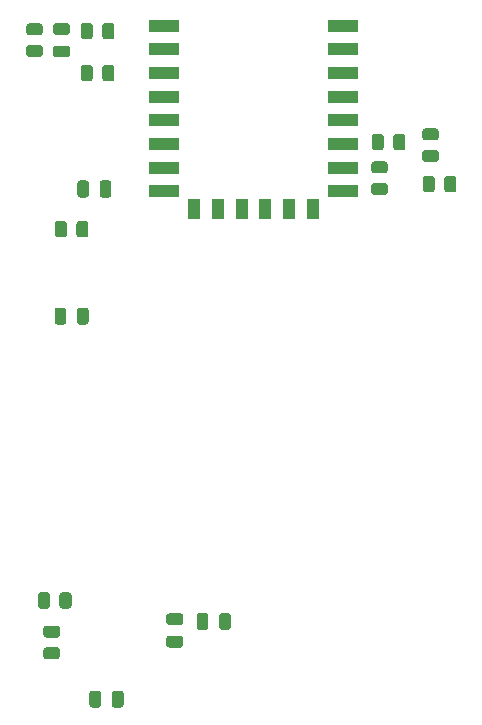
<source format=gbr>
%TF.GenerationSoftware,KiCad,Pcbnew,5.1.9+dfsg1-1*%
%TF.CreationDate,2021-05-25T18:36:33+02:00*%
%TF.ProjectId,vscp-din-wireless-esp8266-flat,76736370-2d64-4696-9e2d-776972656c65,rev?*%
%TF.SameCoordinates,Original*%
%TF.FileFunction,Paste,Top*%
%TF.FilePolarity,Positive*%
%FSLAX46Y46*%
G04 Gerber Fmt 4.6, Leading zero omitted, Abs format (unit mm)*
G04 Created by KiCad (PCBNEW 5.1.9+dfsg1-1) date 2021-05-25 18:36:33*
%MOMM*%
%LPD*%
G01*
G04 APERTURE LIST*
%ADD10R,2.500000X1.000000*%
%ADD11R,1.000000X1.800000*%
G04 APERTURE END LIST*
%TO.C,C1*%
G36*
G01*
X123641700Y-62669400D02*
X123641700Y-63619400D01*
G75*
G02*
X123391700Y-63869400I-250000J0D01*
G01*
X122891700Y-63869400D01*
G75*
G02*
X122641700Y-63619400I0J250000D01*
G01*
X122641700Y-62669400D01*
G75*
G02*
X122891700Y-62419400I250000J0D01*
G01*
X123391700Y-62419400D01*
G75*
G02*
X123641700Y-62669400I0J-250000D01*
G01*
G37*
G36*
G01*
X125541700Y-62669400D02*
X125541700Y-63619400D01*
G75*
G02*
X125291700Y-63869400I-250000J0D01*
G01*
X124791700Y-63869400D01*
G75*
G02*
X124541700Y-63619400I0J250000D01*
G01*
X124541700Y-62669400D01*
G75*
G02*
X124791700Y-62419400I250000J0D01*
G01*
X125291700Y-62419400D01*
G75*
G02*
X125541700Y-62669400I0J-250000D01*
G01*
G37*
%TD*%
%TO.C,C4*%
G36*
G01*
X125570400Y-106812100D02*
X125570400Y-105862100D01*
G75*
G02*
X125820400Y-105612100I250000J0D01*
G01*
X126320400Y-105612100D01*
G75*
G02*
X126570400Y-105862100I0J-250000D01*
G01*
X126570400Y-106812100D01*
G75*
G02*
X126320400Y-107062100I-250000J0D01*
G01*
X125820400Y-107062100D01*
G75*
G02*
X125570400Y-106812100I0J250000D01*
G01*
G37*
G36*
G01*
X123670400Y-106812100D02*
X123670400Y-105862100D01*
G75*
G02*
X123920400Y-105612100I250000J0D01*
G01*
X124420400Y-105612100D01*
G75*
G02*
X124670400Y-105862100I0J-250000D01*
G01*
X124670400Y-106812100D01*
G75*
G02*
X124420400Y-107062100I-250000J0D01*
G01*
X123920400Y-107062100D01*
G75*
G02*
X123670400Y-106812100I0J250000D01*
G01*
G37*
%TD*%
%TO.C,C3*%
G36*
G01*
X120843000Y-50996000D02*
X121793000Y-50996000D01*
G75*
G02*
X122043000Y-51246000I0J-250000D01*
G01*
X122043000Y-51746000D01*
G75*
G02*
X121793000Y-51996000I-250000J0D01*
G01*
X120843000Y-51996000D01*
G75*
G02*
X120593000Y-51746000I0J250000D01*
G01*
X120593000Y-51246000D01*
G75*
G02*
X120843000Y-50996000I250000J0D01*
G01*
G37*
G36*
G01*
X120843000Y-49096000D02*
X121793000Y-49096000D01*
G75*
G02*
X122043000Y-49346000I0J-250000D01*
G01*
X122043000Y-49846000D01*
G75*
G02*
X121793000Y-50096000I-250000J0D01*
G01*
X120843000Y-50096000D01*
G75*
G02*
X120593000Y-49846000I0J250000D01*
G01*
X120593000Y-49346000D01*
G75*
G02*
X120843000Y-49096000I250000J0D01*
G01*
G37*
%TD*%
D10*
%TO.C,U2*%
X145174000Y-49332000D03*
X145174000Y-51332000D03*
X145174000Y-53332000D03*
X145174000Y-55332000D03*
X145174000Y-57332000D03*
X145174000Y-59332000D03*
X145174000Y-61332000D03*
X145174000Y-63332000D03*
D11*
X142574000Y-64832000D03*
X140574000Y-64832000D03*
X138574000Y-64832000D03*
X136574000Y-64832000D03*
X134574000Y-64832000D03*
X132574000Y-64832000D03*
D10*
X129974000Y-63332000D03*
X129974000Y-61332000D03*
X129974000Y-59332000D03*
X129974000Y-57332000D03*
X129974000Y-55332000D03*
X129974000Y-53332000D03*
X129974000Y-51332000D03*
X129974000Y-49332000D03*
%TD*%
%TO.C,R11*%
G36*
G01*
X153010002Y-59036000D02*
X152109998Y-59036000D01*
G75*
G02*
X151860000Y-58786002I0J249998D01*
G01*
X151860000Y-58260998D01*
G75*
G02*
X152109998Y-58011000I249998J0D01*
G01*
X153010002Y-58011000D01*
G75*
G02*
X153260000Y-58260998I0J-249998D01*
G01*
X153260000Y-58786002D01*
G75*
G02*
X153010002Y-59036000I-249998J0D01*
G01*
G37*
G36*
G01*
X153010002Y-60861000D02*
X152109998Y-60861000D01*
G75*
G02*
X151860000Y-60611002I0J249998D01*
G01*
X151860000Y-60085998D01*
G75*
G02*
X152109998Y-59836000I249998J0D01*
G01*
X153010002Y-59836000D01*
G75*
G02*
X153260000Y-60085998I0J-249998D01*
G01*
X153260000Y-60611002D01*
G75*
G02*
X153010002Y-60861000I-249998J0D01*
G01*
G37*
%TD*%
%TO.C,R10*%
G36*
G01*
X120338900Y-97530498D02*
X120338900Y-98430502D01*
G75*
G02*
X120088902Y-98680500I-249998J0D01*
G01*
X119563898Y-98680500D01*
G75*
G02*
X119313900Y-98430502I0J249998D01*
G01*
X119313900Y-97530498D01*
G75*
G02*
X119563898Y-97280500I249998J0D01*
G01*
X120088902Y-97280500D01*
G75*
G02*
X120338900Y-97530498I0J-249998D01*
G01*
G37*
G36*
G01*
X122163900Y-97530498D02*
X122163900Y-98430502D01*
G75*
G02*
X121913902Y-98680500I-249998J0D01*
G01*
X121388898Y-98680500D01*
G75*
G02*
X121138900Y-98430502I0J249998D01*
G01*
X121138900Y-97530498D01*
G75*
G02*
X121388898Y-97280500I249998J0D01*
G01*
X121913902Y-97280500D01*
G75*
G02*
X122163900Y-97530498I0J-249998D01*
G01*
G37*
%TD*%
%TO.C,R9*%
G36*
G01*
X120034898Y-101936500D02*
X120934902Y-101936500D01*
G75*
G02*
X121184900Y-102186498I0J-249998D01*
G01*
X121184900Y-102711502D01*
G75*
G02*
X120934902Y-102961500I-249998J0D01*
G01*
X120034898Y-102961500D01*
G75*
G02*
X119784900Y-102711502I0J249998D01*
G01*
X119784900Y-102186498D01*
G75*
G02*
X120034898Y-101936500I249998J0D01*
G01*
G37*
G36*
G01*
X120034898Y-100111500D02*
X120934902Y-100111500D01*
G75*
G02*
X121184900Y-100361498I0J-249998D01*
G01*
X121184900Y-100886502D01*
G75*
G02*
X120934902Y-101136500I-249998J0D01*
G01*
X120034898Y-101136500D01*
G75*
G02*
X119784900Y-100886502I0J249998D01*
G01*
X119784900Y-100361498D01*
G75*
G02*
X120034898Y-100111500I249998J0D01*
G01*
G37*
%TD*%
%TO.C,R8*%
G36*
G01*
X148692002Y-61830000D02*
X147791998Y-61830000D01*
G75*
G02*
X147542000Y-61580002I0J249998D01*
G01*
X147542000Y-61054998D01*
G75*
G02*
X147791998Y-60805000I249998J0D01*
G01*
X148692002Y-60805000D01*
G75*
G02*
X148942000Y-61054998I0J-249998D01*
G01*
X148942000Y-61580002D01*
G75*
G02*
X148692002Y-61830000I-249998J0D01*
G01*
G37*
G36*
G01*
X148692002Y-63655000D02*
X147791998Y-63655000D01*
G75*
G02*
X147542000Y-63405002I0J249998D01*
G01*
X147542000Y-62879998D01*
G75*
G02*
X147791998Y-62630000I249998J0D01*
G01*
X148692002Y-62630000D01*
G75*
G02*
X148942000Y-62879998I0J-249998D01*
G01*
X148942000Y-63405002D01*
G75*
G02*
X148692002Y-63655000I-249998J0D01*
G01*
G37*
%TD*%
%TO.C,R7*%
G36*
G01*
X121774000Y-66097998D02*
X121774000Y-66998002D01*
G75*
G02*
X121524002Y-67248000I-249998J0D01*
G01*
X120998998Y-67248000D01*
G75*
G02*
X120749000Y-66998002I0J249998D01*
G01*
X120749000Y-66097998D01*
G75*
G02*
X120998998Y-65848000I249998J0D01*
G01*
X121524002Y-65848000D01*
G75*
G02*
X121774000Y-66097998I0J-249998D01*
G01*
G37*
G36*
G01*
X123599000Y-66097998D02*
X123599000Y-66998002D01*
G75*
G02*
X123349002Y-67248000I-249998J0D01*
G01*
X122823998Y-67248000D01*
G75*
G02*
X122574000Y-66998002I0J249998D01*
G01*
X122574000Y-66097998D01*
G75*
G02*
X122823998Y-65848000I249998J0D01*
G01*
X123349002Y-65848000D01*
G75*
G02*
X123599000Y-66097998I0J-249998D01*
G01*
G37*
%TD*%
%TO.C,R6*%
G36*
G01*
X152922000Y-62287998D02*
X152922000Y-63188002D01*
G75*
G02*
X152672002Y-63438000I-249998J0D01*
G01*
X152146998Y-63438000D01*
G75*
G02*
X151897000Y-63188002I0J249998D01*
G01*
X151897000Y-62287998D01*
G75*
G02*
X152146998Y-62038000I249998J0D01*
G01*
X152672002Y-62038000D01*
G75*
G02*
X152922000Y-62287998I0J-249998D01*
G01*
G37*
G36*
G01*
X154747000Y-62287998D02*
X154747000Y-63188002D01*
G75*
G02*
X154497002Y-63438000I-249998J0D01*
G01*
X153971998Y-63438000D01*
G75*
G02*
X153722000Y-63188002I0J249998D01*
G01*
X153722000Y-62287998D01*
G75*
G02*
X153971998Y-62038000I249998J0D01*
G01*
X154497002Y-62038000D01*
G75*
G02*
X154747000Y-62287998I0J-249998D01*
G01*
G37*
%TD*%
%TO.C,R5*%
G36*
G01*
X148604000Y-58731998D02*
X148604000Y-59632002D01*
G75*
G02*
X148354002Y-59882000I-249998J0D01*
G01*
X147828998Y-59882000D01*
G75*
G02*
X147579000Y-59632002I0J249998D01*
G01*
X147579000Y-58731998D01*
G75*
G02*
X147828998Y-58482000I249998J0D01*
G01*
X148354002Y-58482000D01*
G75*
G02*
X148604000Y-58731998I0J-249998D01*
G01*
G37*
G36*
G01*
X150429000Y-58731998D02*
X150429000Y-59632002D01*
G75*
G02*
X150179002Y-59882000I-249998J0D01*
G01*
X149653998Y-59882000D01*
G75*
G02*
X149404000Y-59632002I0J249998D01*
G01*
X149404000Y-58731998D01*
G75*
G02*
X149653998Y-58482000I249998J0D01*
G01*
X150179002Y-58482000D01*
G75*
G02*
X150429000Y-58731998I0J-249998D01*
G01*
G37*
%TD*%
%TO.C,R4*%
G36*
G01*
X122624000Y-74389000D02*
X122624000Y-73439000D01*
G75*
G02*
X122874000Y-73189000I250000J0D01*
G01*
X123374000Y-73189000D01*
G75*
G02*
X123624000Y-73439000I0J-250000D01*
G01*
X123624000Y-74389000D01*
G75*
G02*
X123374000Y-74639000I-250000J0D01*
G01*
X122874000Y-74639000D01*
G75*
G02*
X122624000Y-74389000I0J250000D01*
G01*
G37*
G36*
G01*
X120724000Y-74389000D02*
X120724000Y-73439000D01*
G75*
G02*
X120974000Y-73189000I250000J0D01*
G01*
X121474000Y-73189000D01*
G75*
G02*
X121724000Y-73439000I0J-250000D01*
G01*
X121724000Y-74389000D01*
G75*
G02*
X121474000Y-74639000I-250000J0D01*
G01*
X120974000Y-74639000D01*
G75*
G02*
X120724000Y-74389000I0J250000D01*
G01*
G37*
%TD*%
%TO.C,R3*%
G36*
G01*
X123966000Y-49333998D02*
X123966000Y-50234002D01*
G75*
G02*
X123716002Y-50484000I-249998J0D01*
G01*
X123190998Y-50484000D01*
G75*
G02*
X122941000Y-50234002I0J249998D01*
G01*
X122941000Y-49333998D01*
G75*
G02*
X123190998Y-49084000I249998J0D01*
G01*
X123716002Y-49084000D01*
G75*
G02*
X123966000Y-49333998I0J-249998D01*
G01*
G37*
G36*
G01*
X125791000Y-49333998D02*
X125791000Y-50234002D01*
G75*
G02*
X125541002Y-50484000I-249998J0D01*
G01*
X125015998Y-50484000D01*
G75*
G02*
X124766000Y-50234002I0J249998D01*
G01*
X124766000Y-49333998D01*
G75*
G02*
X125015998Y-49084000I249998J0D01*
G01*
X125541002Y-49084000D01*
G75*
G02*
X125791000Y-49333998I0J-249998D01*
G01*
G37*
%TD*%
%TO.C,R2*%
G36*
G01*
X119482002Y-50146000D02*
X118581998Y-50146000D01*
G75*
G02*
X118332000Y-49896002I0J249998D01*
G01*
X118332000Y-49370998D01*
G75*
G02*
X118581998Y-49121000I249998J0D01*
G01*
X119482002Y-49121000D01*
G75*
G02*
X119732000Y-49370998I0J-249998D01*
G01*
X119732000Y-49896002D01*
G75*
G02*
X119482002Y-50146000I-249998J0D01*
G01*
G37*
G36*
G01*
X119482002Y-51971000D02*
X118581998Y-51971000D01*
G75*
G02*
X118332000Y-51721002I0J249998D01*
G01*
X118332000Y-51195998D01*
G75*
G02*
X118581998Y-50946000I249998J0D01*
G01*
X119482002Y-50946000D01*
G75*
G02*
X119732000Y-51195998I0J-249998D01*
G01*
X119732000Y-51721002D01*
G75*
G02*
X119482002Y-51971000I-249998J0D01*
G01*
G37*
%TD*%
%TO.C,R1*%
G36*
G01*
X124766000Y-53790002D02*
X124766000Y-52889998D01*
G75*
G02*
X125015998Y-52640000I249998J0D01*
G01*
X125541002Y-52640000D01*
G75*
G02*
X125791000Y-52889998I0J-249998D01*
G01*
X125791000Y-53790002D01*
G75*
G02*
X125541002Y-54040000I-249998J0D01*
G01*
X125015998Y-54040000D01*
G75*
G02*
X124766000Y-53790002I0J249998D01*
G01*
G37*
G36*
G01*
X122941000Y-53790002D02*
X122941000Y-52889998D01*
G75*
G02*
X123190998Y-52640000I249998J0D01*
G01*
X123716002Y-52640000D01*
G75*
G02*
X123966000Y-52889998I0J-249998D01*
G01*
X123966000Y-53790002D01*
G75*
G02*
X123716002Y-54040000I-249998J0D01*
G01*
X123190998Y-54040000D01*
G75*
G02*
X122941000Y-53790002I0J249998D01*
G01*
G37*
%TD*%
%TO.C,C6*%
G36*
G01*
X131373900Y-100070500D02*
X130423900Y-100070500D01*
G75*
G02*
X130173900Y-99820500I0J250000D01*
G01*
X130173900Y-99320500D01*
G75*
G02*
X130423900Y-99070500I250000J0D01*
G01*
X131373900Y-99070500D01*
G75*
G02*
X131623900Y-99320500I0J-250000D01*
G01*
X131623900Y-99820500D01*
G75*
G02*
X131373900Y-100070500I-250000J0D01*
G01*
G37*
G36*
G01*
X131373900Y-101970500D02*
X130423900Y-101970500D01*
G75*
G02*
X130173900Y-101720500I0J250000D01*
G01*
X130173900Y-101220500D01*
G75*
G02*
X130423900Y-100970500I250000J0D01*
G01*
X131373900Y-100970500D01*
G75*
G02*
X131623900Y-101220500I0J-250000D01*
G01*
X131623900Y-101720500D01*
G75*
G02*
X131373900Y-101970500I-250000J0D01*
G01*
G37*
%TD*%
%TO.C,C5*%
G36*
G01*
X133750900Y-99283500D02*
X133750900Y-100233500D01*
G75*
G02*
X133500900Y-100483500I-250000J0D01*
G01*
X133000900Y-100483500D01*
G75*
G02*
X132750900Y-100233500I0J250000D01*
G01*
X132750900Y-99283500D01*
G75*
G02*
X133000900Y-99033500I250000J0D01*
G01*
X133500900Y-99033500D01*
G75*
G02*
X133750900Y-99283500I0J-250000D01*
G01*
G37*
G36*
G01*
X135650900Y-99283500D02*
X135650900Y-100233500D01*
G75*
G02*
X135400900Y-100483500I-250000J0D01*
G01*
X134900900Y-100483500D01*
G75*
G02*
X134650900Y-100233500I0J250000D01*
G01*
X134650900Y-99283500D01*
G75*
G02*
X134900900Y-99033500I250000J0D01*
G01*
X135400900Y-99033500D01*
G75*
G02*
X135650900Y-99283500I0J-250000D01*
G01*
G37*
%TD*%
M02*

</source>
